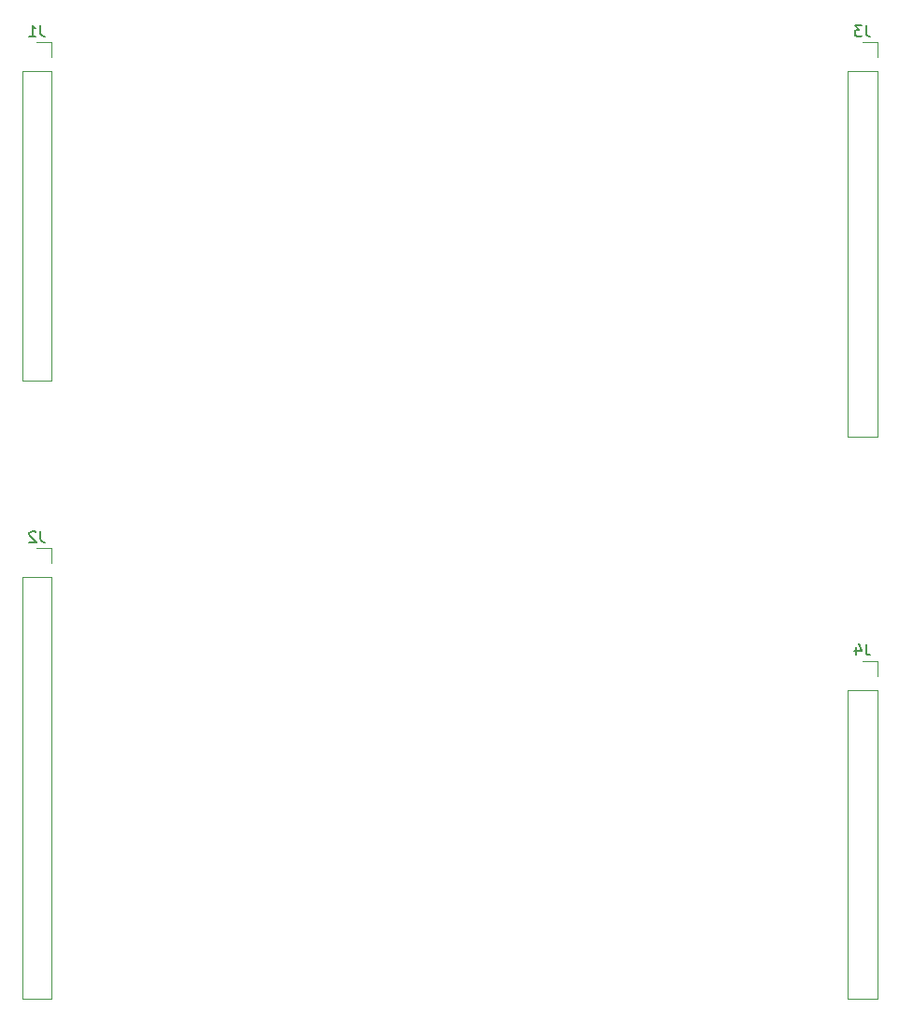
<source format=gbr>
%TF.GenerationSoftware,KiCad,Pcbnew,(6.0.11)*%
%TF.CreationDate,2023-05-22T17:30:27+01:00*%
%TF.ProjectId,Quango_Components,5175616e-676f-45f4-936f-6d706f6e656e,rev?*%
%TF.SameCoordinates,Original*%
%TF.FileFunction,Legend,Bot*%
%TF.FilePolarity,Positive*%
%FSLAX46Y46*%
G04 Gerber Fmt 4.6, Leading zero omitted, Abs format (unit mm)*
G04 Created by KiCad (PCBNEW (6.0.11)) date 2023-05-22 17:30:27*
%MOMM*%
%LPD*%
G01*
G04 APERTURE LIST*
%ADD10C,0.150000*%
%ADD11C,0.120000*%
G04 APERTURE END LIST*
D10*
%TO.C,J3*%
X128233333Y-49122380D02*
X128233333Y-49836666D01*
X128280952Y-49979523D01*
X128376190Y-50074761D01*
X128519047Y-50122380D01*
X128614285Y-50122380D01*
X127852380Y-49122380D02*
X127233333Y-49122380D01*
X127566666Y-49503333D01*
X127423809Y-49503333D01*
X127328571Y-49550952D01*
X127280952Y-49598571D01*
X127233333Y-49693809D01*
X127233333Y-49931904D01*
X127280952Y-50027142D01*
X127328571Y-50074761D01*
X127423809Y-50122380D01*
X127709523Y-50122380D01*
X127804761Y-50074761D01*
X127852380Y-50027142D01*
%TO.C,J1*%
X53433333Y-49122380D02*
X53433333Y-49836666D01*
X53480952Y-49979523D01*
X53576190Y-50074761D01*
X53719047Y-50122380D01*
X53814285Y-50122380D01*
X52433333Y-50122380D02*
X53004761Y-50122380D01*
X52719047Y-50122380D02*
X52719047Y-49122380D01*
X52814285Y-49265238D01*
X52909523Y-49360476D01*
X53004761Y-49408095D01*
%TO.C,J2*%
X53433333Y-94922380D02*
X53433333Y-95636666D01*
X53480952Y-95779523D01*
X53576190Y-95874761D01*
X53719047Y-95922380D01*
X53814285Y-95922380D01*
X53004761Y-95017619D02*
X52957142Y-94970000D01*
X52861904Y-94922380D01*
X52623809Y-94922380D01*
X52528571Y-94970000D01*
X52480952Y-95017619D01*
X52433333Y-95112857D01*
X52433333Y-95208095D01*
X52480952Y-95350952D01*
X53052380Y-95922380D01*
X52433333Y-95922380D01*
%TO.C,J4*%
X128233333Y-105122380D02*
X128233333Y-105836666D01*
X128280952Y-105979523D01*
X128376190Y-106074761D01*
X128519047Y-106122380D01*
X128614285Y-106122380D01*
X127328571Y-105455714D02*
X127328571Y-106122380D01*
X127566666Y-105074761D02*
X127804761Y-105789047D01*
X127185714Y-105789047D01*
D11*
%TO.C,J3*%
X129230000Y-86350000D02*
X126570000Y-86350000D01*
X129230000Y-53270000D02*
X126570000Y-53270000D01*
X129230000Y-52000000D02*
X129230000Y-50670000D01*
X129230000Y-50670000D02*
X127900000Y-50670000D01*
X126570000Y-53270000D02*
X126570000Y-86350000D01*
X129230000Y-53270000D02*
X129230000Y-86350000D01*
%TO.C,J1*%
X51770000Y-53270000D02*
X51770000Y-81270000D01*
X54430000Y-81270000D02*
X51770000Y-81270000D01*
X54430000Y-53270000D02*
X54430000Y-81270000D01*
X54430000Y-53270000D02*
X51770000Y-53270000D01*
X54430000Y-50670000D02*
X53100000Y-50670000D01*
X54430000Y-52000000D02*
X54430000Y-50670000D01*
%TO.C,J2*%
X54430000Y-99070000D02*
X51770000Y-99070000D01*
X54430000Y-137230000D02*
X51770000Y-137230000D01*
X54430000Y-99070000D02*
X54430000Y-137230000D01*
X54430000Y-97800000D02*
X54430000Y-96470000D01*
X54430000Y-96470000D02*
X53100000Y-96470000D01*
X51770000Y-99070000D02*
X51770000Y-137230000D01*
%TO.C,J4*%
X129230000Y-106670000D02*
X127900000Y-106670000D01*
X129230000Y-109270000D02*
X129230000Y-137270000D01*
X126570000Y-109270000D02*
X126570000Y-137270000D01*
X129230000Y-109270000D02*
X126570000Y-109270000D01*
X129230000Y-137270000D02*
X126570000Y-137270000D01*
X129230000Y-108000000D02*
X129230000Y-106670000D01*
%TD*%
M02*

</source>
